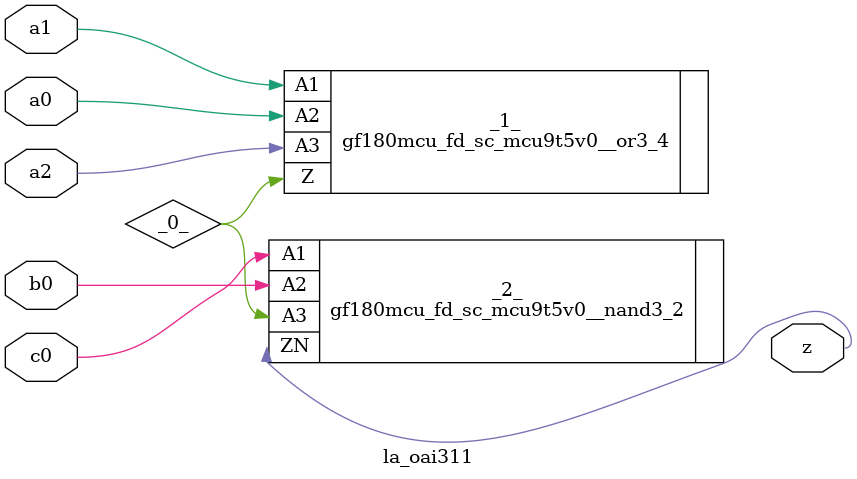
<source format=v>

/* Generated by Yosys 0.44 (git sha1 80ba43d26, g++ 11.4.0-1ubuntu1~22.04 -fPIC -O3) */

(* top =  1  *)
(* src = "inputs/la_oai311.v:10.1-23.10" *)
module la_oai311 (
    a0,
    a1,
    a2,
    b0,
    c0,
    z
);
  wire _0_;
  (* src = "inputs/la_oai311.v:13.12-13.14" *)
  input a0;
  wire a0;
  (* src = "inputs/la_oai311.v:14.12-14.14" *)
  input a1;
  wire a1;
  (* src = "inputs/la_oai311.v:15.12-15.14" *)
  input a2;
  wire a2;
  (* src = "inputs/la_oai311.v:16.12-16.14" *)
  input b0;
  wire b0;
  (* src = "inputs/la_oai311.v:17.12-17.14" *)
  input c0;
  wire c0;
  (* src = "inputs/la_oai311.v:18.12-18.13" *)
  output z;
  wire z;
  gf180mcu_fd_sc_mcu9t5v0__or3_4 _1_ (
      .A1(a1),
      .A2(a0),
      .A3(a2),
      .Z (_0_)
  );
  gf180mcu_fd_sc_mcu9t5v0__nand3_2 _2_ (
      .A1(c0),
      .A2(b0),
      .A3(_0_),
      .ZN(z)
  );
endmodule

</source>
